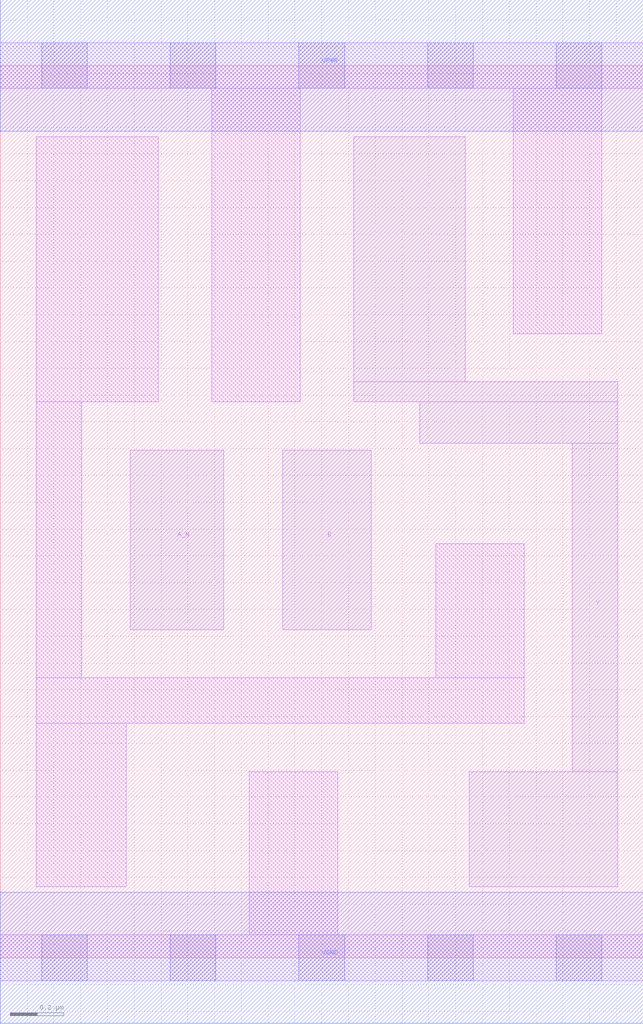
<source format=lef>
# Copyright 2020 The SkyWater PDK Authors
#
# Licensed under the Apache License, Version 2.0 (the "License");
# you may not use this file except in compliance with the License.
# You may obtain a copy of the License at
#
#     https://www.apache.org/licenses/LICENSE-2.0
#
# Unless required by applicable law or agreed to in writing, software
# distributed under the License is distributed on an "AS IS" BASIS,
# WITHOUT WARRANTIES OR CONDITIONS OF ANY KIND, either express or implied.
# See the License for the specific language governing permissions and
# limitations under the License.
#
# SPDX-License-Identifier: Apache-2.0

VERSION 5.7 ;
  NOWIREEXTENSIONATPIN ON ;
  DIVIDERCHAR "/" ;
  BUSBITCHARS "[]" ;
UNITS
  DATABASE MICRONS 200 ;
END UNITS
MACRO sky130_fd_sc_lp__nand2b_lp
  CLASS CORE ;
  FOREIGN sky130_fd_sc_lp__nand2b_lp ;
  ORIGIN  0.000000  0.000000 ;
  SIZE  2.400000 BY  3.330000 ;
  SYMMETRY X Y R90 ;
  SITE unit ;
  PIN A_N
    ANTENNAGATEAREA  0.376000 ;
    DIRECTION INPUT ;
    USE SIGNAL ;
    PORT
      LAYER li1 ;
        RECT 0.485000 1.225000 0.835000 1.895000 ;
    END
  END A_N
  PIN B
    ANTENNAGATEAREA  0.313000 ;
    DIRECTION INPUT ;
    USE SIGNAL ;
    PORT
      LAYER li1 ;
        RECT 1.055000 1.225000 1.385000 1.895000 ;
    END
  END B
  PIN Y
    ANTENNADIFFAREA  0.399700 ;
    DIRECTION OUTPUT ;
    USE SIGNAL ;
    PORT
      LAYER li1 ;
        RECT 1.320000 2.075000 2.305000 2.150000 ;
        RECT 1.320000 2.150000 1.735000 3.065000 ;
        RECT 1.565000 1.920000 2.305000 2.075000 ;
        RECT 1.750000 0.265000 2.305000 0.695000 ;
        RECT 2.135000 0.695000 2.305000 1.920000 ;
    END
  END Y
  PIN VGND
    DIRECTION INOUT ;
    USE GROUND ;
    PORT
      LAYER met1 ;
        RECT 0.000000 -0.245000 2.400000 0.245000 ;
    END
  END VGND
  PIN VPWR
    DIRECTION INOUT ;
    USE POWER ;
    PORT
      LAYER met1 ;
        RECT 0.000000 3.085000 2.400000 3.575000 ;
    END
  END VPWR
  OBS
    LAYER li1 ;
      RECT 0.000000 -0.085000 2.400000 0.085000 ;
      RECT 0.000000  3.245000 2.400000 3.415000 ;
      RECT 0.135000  0.265000 0.470000 0.875000 ;
      RECT 0.135000  0.875000 1.955000 1.045000 ;
      RECT 0.135000  1.045000 0.305000 2.075000 ;
      RECT 0.135000  2.075000 0.590000 3.065000 ;
      RECT 0.790000  2.075000 1.120000 3.245000 ;
      RECT 0.930000  0.085000 1.260000 0.695000 ;
      RECT 1.625000  1.045000 1.955000 1.545000 ;
      RECT 1.915000  2.330000 2.245000 3.245000 ;
    LAYER mcon ;
      RECT 0.155000 -0.085000 0.325000 0.085000 ;
      RECT 0.155000  3.245000 0.325000 3.415000 ;
      RECT 0.635000 -0.085000 0.805000 0.085000 ;
      RECT 0.635000  3.245000 0.805000 3.415000 ;
      RECT 1.115000 -0.085000 1.285000 0.085000 ;
      RECT 1.115000  3.245000 1.285000 3.415000 ;
      RECT 1.595000 -0.085000 1.765000 0.085000 ;
      RECT 1.595000  3.245000 1.765000 3.415000 ;
      RECT 2.075000 -0.085000 2.245000 0.085000 ;
      RECT 2.075000  3.245000 2.245000 3.415000 ;
  END
END sky130_fd_sc_lp__nand2b_lp
END LIBRARY

</source>
